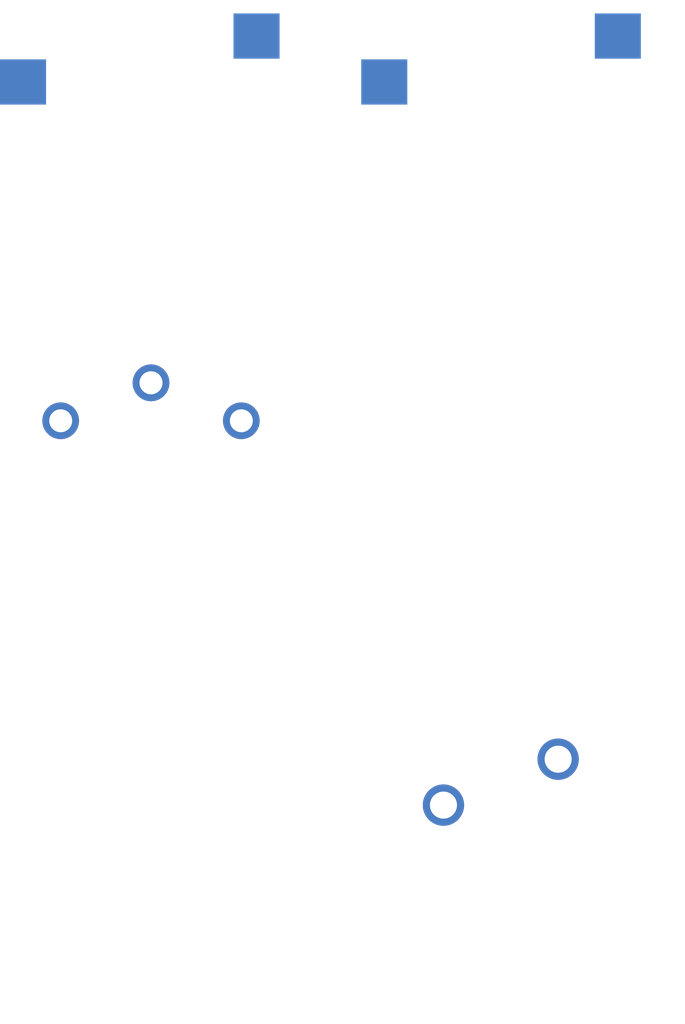
<source format=kicad_pcb>


(kicad_pcb (version 20171130) (host pcbnew 5.1.6)

  (page A3)
  (title_block
    (title "pcb")
    (rev "v9.9")
    (company "Ergogen Tests")
  )

  (general
    (thickness 1.6)
  )

  (layers
    (0 F.Cu signal)
    (31 B.Cu signal)
    (32 B.Adhes user)
    (33 F.Adhes user)
    (34 B.Paste user)
    (35 F.Paste user)
    (36 B.SilkS user)
    (37 F.SilkS user)
    (38 B.Mask user)
    (39 F.Mask user)
    (40 Dwgs.User user)
    (41 Cmts.User user)
    (42 Eco1.User user)
    (43 Eco2.User user)
    (44 Edge.Cuts user)
    (45 Margin user)
    (46 B.CrtYd user)
    (47 F.CrtYd user)
    (48 B.Fab user)
    (49 F.Fab user)
  )

  (setup
    (last_trace_width 0.25)
    (trace_clearance 0.2)
    (zone_clearance 0.508)
    (zone_45_only no)
    (trace_min 0.2)
    (via_size 0.8)
    (via_drill 0.4)
    (via_min_size 0.4)
    (via_min_drill 0.3)
    (uvia_size 0.3)
    (uvia_drill 0.1)
    (uvias_allowed no)
    (uvia_min_size 0.2)
    (uvia_min_drill 0.1)
    (edge_width 0.05)
    (segment_width 0.2)
    (pcb_text_width 0.3)
    (pcb_text_size 1.5 1.5)
    (mod_edge_width 0.12)
    (mod_text_size 1 1)
    (mod_text_width 0.15)
    (pad_size 1.524 1.524)
    (pad_drill 0.762)
    (pad_to_mask_clearance 0.05)
    (aux_axis_origin 0 0)
    (visible_elements FFFFFF7F)
    (pcbplotparams
      (layerselection 0x010fc_ffffffff)
      (usegerberextensions false)
      (usegerberattributes true)
      (usegerberadvancedattributes true)
      (creategerberjobfile true)
      (excludeedgelayer true)
      (linewidth 0.100000)
      (plotframeref false)
      (viasonmask false)
      (mode 1)
      (useauxorigin false)
      (hpglpennumber 1)
      (hpglpenspeed 20)
      (hpglpendiameter 15.000000)
      (psnegative false)
      (psa4output false)
      (plotreference true)
      (plotvalue true)
      (plotinvisibletext false)
      (padsonsilk false)
      (subtractmaskfromsilk false)
      (outputformat 1)
      (mirror false)
      (drillshape 1)
      (scaleselection 1)
      (outputdirectory ""))
  )

  (net 0 "")
(net 1 "net_from")
(net 2 "net_to")
(net 3 "net_a")
(net 4 "net_b")
(net 5 "net_c")
(net 6 "net_d")

  (net_class Default "This is the default net class."
    (clearance 0.2)
    (trace_width 0.25)
    (via_dia 0.8)
    (via_drill 0.4)
    (uvia_dia 0.3)
    (uvia_drill 0.1)
    (add_net "")
(add_net "net_from")
(add_net "net_to")
(add_net "net_a")
(add_net "net_b")
(add_net "net_c")
(add_net "net_d")
  )

  
        
      (module MX (layer F.Cu) (tedit 5DD4F656)
      (at 10 0 0)

      
      (fp_text reference "S1" (at 0 0) (layer F.SilkS) hide (effects (font (size 1.27 1.27) (thickness 0.15))))
      (fp_text value "" (at 0 0) (layer F.SilkS) hide (effects (font (size 1.27 1.27) (thickness 0.15))))

      
      (fp_line (start -7 -6) (end -7 -7) (layer Dwgs.User) (width 0.15))
      (fp_line (start -7 7) (end -6 7) (layer Dwgs.User) (width 0.15))
      (fp_line (start -6 -7) (end -7 -7) (layer Dwgs.User) (width 0.15))
      (fp_line (start -7 7) (end -7 6) (layer Dwgs.User) (width 0.15))
      (fp_line (start 7 6) (end 7 7) (layer Dwgs.User) (width 0.15))
      (fp_line (start 7 -7) (end 6 -7) (layer Dwgs.User) (width 0.15))
      (fp_line (start 6 7) (end 7 7) (layer Dwgs.User) (width 0.15))
      (fp_line (start 7 -7) (end 7 -6) (layer Dwgs.User) (width 0.15))
    
      
      (pad "" np_thru_hole circle (at 0 0) (size 3.9878 3.9878) (drill 3.9878) (layers *.Cu *.Mask))

      
      (pad "" np_thru_hole circle (at 5.08 0) (size 1.7018 1.7018) (drill 1.7018) (layers *.Cu *.Mask))
      (pad "" np_thru_hole circle (at -5.08 0) (size 1.7018 1.7018) (drill 1.7018) (layers *.Cu *.Mask))
      
        
      
      (fp_line (start -9.5 -9.5) (end 9.5 -9.5) (layer Dwgs.User) (width 0.15))
      (fp_line (start 9.5 -9.5) (end 9.5 9.5) (layer Dwgs.User) (width 0.15))
      (fp_line (start 9.5 9.5) (end -9.5 9.5) (layer Dwgs.User) (width 0.15))
      (fp_line (start -9.5 9.5) (end -9.5 -9.5) (layer Dwgs.User) (width 0.15))
      
        
            
            (pad 1 thru_hole circle (at 2.54 -5.08) (size 2.286 2.286) (drill 1.4986) (layers *.Cu *.Mask) (net 1 "net_from"))
            (pad 2 thru_hole circle (at -3.81 -2.54) (size 2.286 2.286) (drill 1.4986) (layers *.Cu *.Mask) (net 2 "net_to"))
          )
        

        
      (module PG1350 (layer F.Cu) (tedit 5DD50112)
      (at -10 -20 0)

      
      (fp_text reference "S2" (at 0 0) (layer F.SilkS) hide (effects (font (size 1.27 1.27) (thickness 0.15))))
      (fp_text value "" (at 0 0) (layer F.SilkS) hide (effects (font (size 1.27 1.27) (thickness 0.15))))

      
      (fp_line (start -7 -6) (end -7 -7) (layer Dwgs.User) (width 0.15))
      (fp_line (start -7 7) (end -6 7) (layer Dwgs.User) (width 0.15))
      (fp_line (start -6 -7) (end -7 -7) (layer Dwgs.User) (width 0.15))
      (fp_line (start -7 7) (end -7 6) (layer Dwgs.User) (width 0.15))
      (fp_line (start 7 6) (end 7 7) (layer Dwgs.User) (width 0.15))
      (fp_line (start 7 -7) (end 6 -7) (layer Dwgs.User) (width 0.15))
      (fp_line (start 6 7) (end 7 7) (layer Dwgs.User) (width 0.15))
      (fp_line (start 7 -7) (end 7 -6) (layer Dwgs.User) (width 0.15))      
      
      
      (pad "" np_thru_hole circle (at 0 0) (size 3.429 3.429) (drill 3.429) (layers *.Cu *.Mask))
        
      
      (pad "" np_thru_hole circle (at 5.5 0) (size 1.7018 1.7018) (drill 1.7018) (layers *.Cu *.Mask))
      (pad "" np_thru_hole circle (at -5.5 0) (size 1.7018 1.7018) (drill 1.7018) (layers *.Cu *.Mask))
      
        
        
            
            (pad 1 thru_hole circle (at 5 -3.8) (size 2.032 2.032) (drill 1.27) (layers *.Cu *.Mask) (net 3 "net_a"))
            (pad 2 thru_hole circle (at 0 -5.9) (size 2.032 2.032) (drill 1.27) (layers *.Cu *.Mask) (net 4 "net_b"))
          
        
            
            (pad 1 thru_hole circle (at -5 -3.8) (size 2.032 2.032) (drill 1.27) (layers *.Cu *.Mask) (net 3 "net_a"))
            (pad 2 thru_hole circle (at -0 -5.9) (size 2.032 2.032) (drill 1.27) (layers *.Cu *.Mask) (net 4 "net_b"))
          )
        

        
      (module MX (layer F.Cu) (tedit 5DD4F656)
      (at 10 -40 0)

      
      (fp_text reference "S3" (at 0 0) (layer F.SilkS) hide (effects (font (size 1.27 1.27) (thickness 0.15))))
      (fp_text value "" (at 0 0) (layer F.SilkS) hide (effects (font (size 1.27 1.27) (thickness 0.15))))

      
      (fp_line (start -7 -6) (end -7 -7) (layer Dwgs.User) (width 0.15))
      (fp_line (start -7 7) (end -6 7) (layer Dwgs.User) (width 0.15))
      (fp_line (start -6 -7) (end -7 -7) (layer Dwgs.User) (width 0.15))
      (fp_line (start -7 7) (end -7 6) (layer Dwgs.User) (width 0.15))
      (fp_line (start 7 6) (end 7 7) (layer Dwgs.User) (width 0.15))
      (fp_line (start 7 -7) (end 6 -7) (layer Dwgs.User) (width 0.15))
      (fp_line (start 6 7) (end 7 7) (layer Dwgs.User) (width 0.15))
      (fp_line (start 7 -7) (end 7 -6) (layer Dwgs.User) (width 0.15))
    
      
      (pad "" np_thru_hole circle (at 0 0) (size 3.9878 3.9878) (drill 3.9878) (layers *.Cu *.Mask))

      
      (pad "" np_thru_hole circle (at 5.08 0) (size 1.7018 1.7018) (drill 1.7018) (layers *.Cu *.Mask))
      (pad "" np_thru_hole circle (at -5.08 0) (size 1.7018 1.7018) (drill 1.7018) (layers *.Cu *.Mask))
      
        
        
        
        (pad "" np_thru_hole circle (at 2.54 -5.08) (size 3 3) (drill 3) (layers *.Cu *.Mask))
        (pad "" np_thru_hole circle (at -3.81 -2.54) (size 3 3) (drill 3) (layers *.Cu *.Mask))
        
        
        (pad 1 smd rect (at -7.085 -2.54 0) (size 2.55 2.5) (layers B.Cu B.Paste B.Mask) (net 5 "net_c"))
        (pad 2 smd rect (at 5.842 -5.08 0) (size 2.55 2.5) (layers B.Cu B.Paste B.Mask) (net 6 "net_d"))
        )
        

        
      (module MX (layer F.Cu) (tedit 5DD4F656)
      (at -10 -40 0)

      
      (fp_text reference "S4" (at 0 0) (layer F.SilkS) hide (effects (font (size 1.27 1.27) (thickness 0.15))))
      (fp_text value "" (at 0 0) (layer F.SilkS) hide (effects (font (size 1.27 1.27) (thickness 0.15))))

      
      (fp_line (start -7 -6) (end -7 -7) (layer Dwgs.User) (width 0.15))
      (fp_line (start -7 7) (end -6 7) (layer Dwgs.User) (width 0.15))
      (fp_line (start -6 -7) (end -7 -7) (layer Dwgs.User) (width 0.15))
      (fp_line (start -7 7) (end -7 6) (layer Dwgs.User) (width 0.15))
      (fp_line (start 7 6) (end 7 7) (layer Dwgs.User) (width 0.15))
      (fp_line (start 7 -7) (end 6 -7) (layer Dwgs.User) (width 0.15))
      (fp_line (start 6 7) (end 7 7) (layer Dwgs.User) (width 0.15))
      (fp_line (start 7 -7) (end 7 -6) (layer Dwgs.User) (width 0.15))
    
      
      (pad "" np_thru_hole circle (at 0 0) (size 3.9878 3.9878) (drill 3.9878) (layers *.Cu *.Mask))

      
      (pad "" np_thru_hole circle (at 5.08 0) (size 1.7018 1.7018) (drill 1.7018) (layers *.Cu *.Mask))
      (pad "" np_thru_hole circle (at -5.08 0) (size 1.7018 1.7018) (drill 1.7018) (layers *.Cu *.Mask))
      
        
        
        
        (pad "" np_thru_hole circle (at 2.54 -5.08) (size 3 3) (drill 3) (layers *.Cu *.Mask))
        (pad "" np_thru_hole circle (at -3.81 -2.54) (size 3 3) (drill 3) (layers *.Cu *.Mask))
        
        
        (pad 1 smd rect (at -7.085 -2.54 0) (size 2.55 2.5) (layers B.Cu B.Paste B.Mask) (net 5 "net_c"))
        (pad 2 smd rect (at 5.842 -5.08 0) (size 2.55 2.5) (layers B.Cu B.Paste B.Mask) (net 6 "net_d"))
        )
        
  

)
</source>
